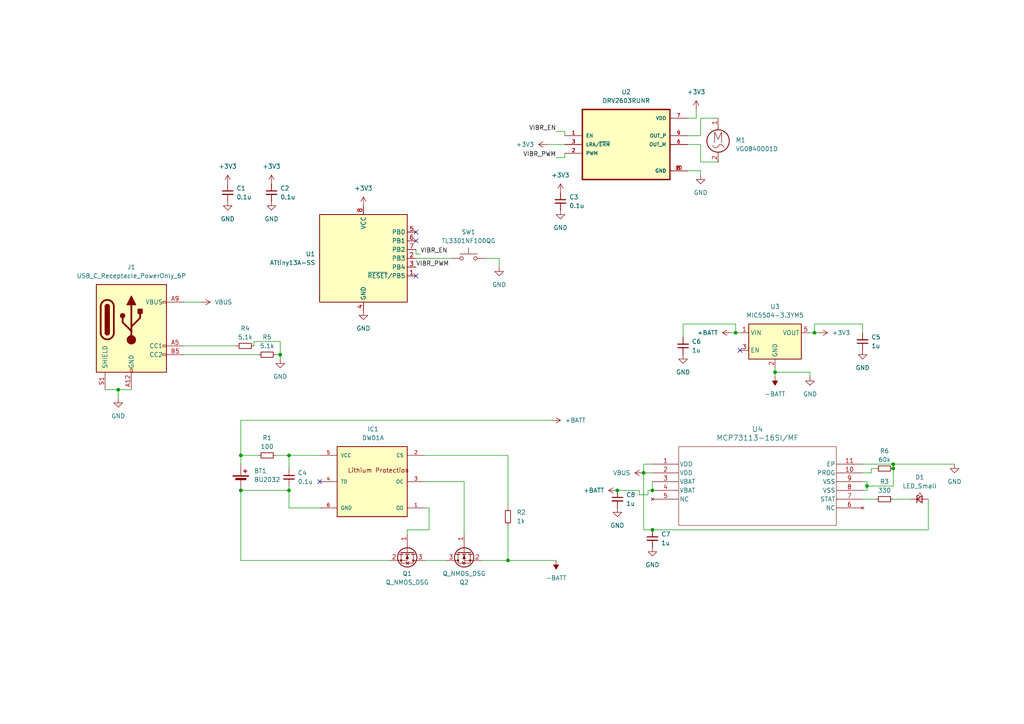
<source format=kicad_sch>
(kicad_sch (version 20230121) (generator eeschema)
  (paper "A4")
  (lib_symbols
    (symbol "Connector:USB_C_Receptacle_PowerOnly_6P" (pin_names (offset 1.016))
      (property "Reference" "J" (at 0 16.51 0))
      (property "Value" "USB_C_Receptacle_PowerOnly_6P" (at 0 13.97 0))
      (symbol "USB_C_Receptacle_PowerOnly_6P_0_0"
        (rectangle (start -0.254 -12.7) (end 0.254 -11.684))
        (rectangle (start 10.16 -7.366) (end 9.144 -7.874))
        (rectangle (start 10.16 -4.826) (end 9.144 -5.334))
        (rectangle (start 10.16 7.874) (end 9.144 7.366))
      )
      (symbol "USB_C_Receptacle_PowerOnly_6P_0_1"
        (rectangle (start -10.16 12.7) (end 10.16 -12.7) (stroke (width 0.254)) (fill (type background)))
        (arc (start -8.89 -1.27) (mid -6.985 -3.1667) (end -5.08 -1.27) (stroke (width 0.508)))
        (arc (start -7.62 -1.27) (mid -6.985 -1.9023) (end -6.35 -1.27) (stroke (width 0.254)))
        (arc (start -7.62 -1.27) (mid -6.985 -1.9023) (end -6.35 -1.27) (stroke (width 0.254)) (fill (type outline)))
        (rectangle (start -7.62 -1.27) (end -6.35 6.35) (stroke (width 0.254)) (fill (type outline)))
        (arc (start -6.35 6.35) (mid -6.985 6.9823) (end -7.62 6.35) (stroke (width 0.254)))
        (arc (start -6.35 6.35) (mid -6.985 6.9823) (end -7.62 6.35) (stroke (width 0.254)) (fill (type outline)))
        (arc (start -5.08 6.35) (mid -6.985 8.2467) (end -8.89 6.35) (stroke (width 0.508)))
        (circle (center -2.54 3.683) (radius 0.635) (stroke (width 0.254)) (fill (type outline)))
        (circle (center 0 -3.302) (radius 1.27) (fill (type outline)))
        (polyline (pts (xy -8.89 -1.27) (xy -8.89 6.35)) (stroke (width 0.508)))
        (polyline (pts (xy -5.08 6.35) (xy -5.08 -1.27)) (stroke (width 0.508)))
        (polyline (pts (xy 0 -3.302) (xy 0 6.858)) (stroke (width 0.508)))
        (polyline (pts (xy 0 -0.762) (xy -2.54 1.778) (xy -2.54 3.048)) (stroke (width 0.508)))
        (polyline (pts (xy 0 0.508) (xy 2.54 3.048) (xy 2.54 4.318)) (stroke (width 0.508)))
        (polyline (pts (xy -1.27 6.858) (xy 0 9.398) (xy 1.27 6.858) (xy -1.27 6.858)) (stroke (width 0.254)) (fill (type outline)))
        (rectangle (start 1.905 4.318) (end 3.175 5.588) (stroke (width 0.254)) (fill (type outline)))
      )
      (symbol "USB_C_Receptacle_PowerOnly_6P_1_1"
        (pin passive line (at 0 -17.78 90) (length 5.08) (name "GND") (number "A12"))
        (pin bidirectional line (at 15.24 -5.08 180) (length 5.08) (name "CC1") (number "A5"))
        (pin passive line (at 15.24 7.62 180) (length 5.08) (name "VBUS") (number "A9"))
        (pin passive line (at 0 -17.78 90) (length 5.08) hide (name "GND") (number "B12"))
        (pin bidirectional line (at 15.24 -7.62 180) (length 5.08) (name "CC2") (number "B5"))
        (pin passive line (at 15.24 7.62 180) (length 5.08) hide (name "VBUS") (number "B9"))
        (pin passive line (at -7.62 -17.78 90) (length 5.08) (name "SHIELD") (number "S1"))
      )
    )
    (symbol "DRV2603RUNR:DRV2603RUNR" (pin_names (offset 1.016))
      (property "Reference" "U" (at -12.7161 11.1705 0))
      (property "Value" "DRV2603RUNR" (at -12.7416 -14.1975 0))
      (symbol "DRV2603RUNR_0_0"
        (rectangle (start -12.7 -10.16) (end 12.7 10.16) (stroke (width 0.41)) (fill (type background)))
        (pin input line (at -17.78 2.54 0) (length 5.08) (name "EN") (number "1"))
        (pin power_in line (at 17.78 -7.62 180) (length 5.08) (name "GND") (number "10"))
        (pin input line (at -17.78 -2.54 0) (length 5.08) (name "PWM") (number "2"))
        (pin input line (at -17.78 0 0) (length 5.08) (name "LRA/~{ERM}") (number "3"))
        (pin power_in line (at 17.78 -7.62 180) (length 5.08) (name "GND") (number "5"))
        (pin output line (at 17.78 0 180) (length 5.08) (name "OUT_M") (number "6"))
        (pin power_in line (at 17.78 7.62 180) (length 5.08) (name "VDD") (number "7"))
        (pin power_in line (at 17.78 -7.62 180) (length 5.08) (name "GND") (number "8"))
        (pin output line (at 17.78 2.54 180) (length 5.08) (name "OUT_P") (number "9"))
      )
    )
    (symbol "DW01A:DW01A" (pin_names (offset 1.016))
      (property "Reference" "IC" (at -5.08 11.43 0))
      (property "Value" "DW01A" (at -5.08 -12.7 0))
      (symbol "DW01A_0_0"
        (rectangle (start -10.16 -10.16) (end 10.16 10.16) (stroke (width 0.254)) (fill (type background)))
        (text "Lithium Protection" (at -7.112 2.54 0) (effects (font (size 1.27 1.27)) (justify left bottom)))
        (pin bidirectional line (at 15.24 -7.62 180) (length 5.08) (name "OD") (number "1"))
        (pin bidirectional line (at 15.24 7.62 180) (length 5.08) (name "CS") (number "2"))
        (pin bidirectional line (at 15.24 0 180) (length 5.08) (name "OC") (number "3"))
        (pin bidirectional line (at -15.24 0 0) (length 5.08) (name "TD") (number "4"))
        (pin power_in line (at -15.24 7.62 0) (length 5.08) (name "VCC") (number "5"))
        (pin power_in line (at -15.24 -7.62 0) (length 5.08) (name "GND") (number "6"))
      )
    )
    (symbol "Device:Battery_Cell" (pin_numbers hide) (pin_names (offset 0) hide)
      (property "Reference" "BT" (at 2.54 2.54 0))
      (property "Value" "Battery_Cell" (at 2.54 0 0))
      (symbol "Battery_Cell_0_1"
        (rectangle (start -2.286 1.778) (end 2.286 1.524) (fill (type outline)))
        (rectangle (start -1.524 1.016) (end 1.524 0.508) (fill (type outline)))
        (polyline (pts (xy 0 0.762) (xy 0 0)))
        (polyline (pts (xy 0 1.778) (xy 0 2.54)))
        (polyline (pts (xy 0.762 3.048) (xy 1.778 3.048)) (stroke (width 0.254)))
        (polyline (pts (xy 1.27 3.556) (xy 1.27 2.54)) (stroke (width 0.254)))
      )
      (symbol "Battery_Cell_1_1"
        (pin passive line (at 0 5.08 270) (length 2.54) (name "+") (number "1"))
        (pin passive line (at 0 -2.54 90) (length 2.54) (name "-") (number "2"))
      )
    )
    (symbol "Device:C_Small" (pin_numbers hide) (pin_names (offset 0.254) hide)
      (property "Reference" "C" (at 0.254 1.778 0))
      (property "Value" "C_Small" (at 0.254 -2.032 0))
      (symbol "C_Small_0_1"
        (polyline (pts (xy -1.524 -0.508) (xy 1.524 -0.508)) (stroke (width 0.3302)))
        (polyline (pts (xy -1.524 0.508) (xy 1.524 0.508)) (stroke (width 0.3048)))
      )
      (symbol "C_Small_1_1"
        (pin passive line (at 0 2.54 270) (length 2.032) (name "~") (number "1"))
        (pin passive line (at 0 -2.54 90) (length 2.032) (name "~") (number "2"))
      )
    )
    (symbol "Device:LED_Small" (pin_numbers hide) (pin_names (offset 0.254) hide)
      (property "Reference" "D" (at -1.27 3.175 0))
      (property "Value" "LED_Small" (at -4.445 -2.54 0))
      (symbol "LED_Small_0_1"
        (polyline (pts (xy -0.762 -1.016) (xy -0.762 1.016)) (stroke (width 0.254)))
        (polyline (pts (xy 1.016 0) (xy -0.762 0)))
        (polyline (pts (xy 0.762 -1.016) (xy -0.762 0) (xy 0.762 1.016) (xy 0.762 -1.016)) (stroke (width 0.254)))
        (polyline (pts (xy 0 0.762) (xy -0.508 1.27) (xy -0.254 1.27) (xy -0.508 1.27) (xy -0.508 1.016)))
        (polyline (pts (xy 0.508 1.27) (xy 0 1.778) (xy 0.254 1.778) (xy 0 1.778) (xy 0 1.524)))
      )
      (symbol "LED_Small_1_1"
        (pin passive line (at -2.54 0 0) (length 1.778) (name "K") (number "1"))
        (pin passive line (at 2.54 0 180) (length 1.778) (name "A") (number "2"))
      )
    )
    (symbol "Device:Q_NMOS_GSD" (pin_names (offset 0) hide)
      (property "Reference" "Q" (at 5.08 1.27 0))
      (property "Value" "Q_NMOS_GSD" (at 5.08 -1.27 0))
      (symbol "Q_NMOS_GSD_0_1"
        (polyline (pts (xy 0.254 0) (xy -2.54 0)))
        (polyline (pts (xy 0.254 1.905) (xy 0.254 -1.905)) (stroke (width 0.254)))
        (polyline (pts (xy 0.762 -1.27) (xy 0.762 -2.286)) (stroke (width 0.254)))
        (polyline (pts (xy 0.762 0.508) (xy 0.762 -0.508)) (stroke (width 0.254)))
        (polyline (pts (xy 0.762 2.286) (xy 0.762 1.27)) (stroke (width 0.254)))
        (polyline (pts (xy 2.54 2.54) (xy 2.54 1.778)))
        (polyline (pts (xy 2.54 -2.54) (xy 2.54 0) (xy 0.762 0)))
        (polyline (pts (xy 0.762 -1.778) (xy 3.302 -1.778) (xy 3.302 1.778) (xy 0.762 1.778)))
        (polyline (pts (xy 1.016 0) (xy 2.032 0.381) (xy 2.032 -0.381) (xy 1.016 0)) (fill (type outline)))
        (polyline (pts (xy 2.794 0.508) (xy 2.921 0.381) (xy 3.683 0.381) (xy 3.81 0.254)))
        (polyline (pts (xy 3.302 0.381) (xy 2.921 -0.254) (xy 3.683 -0.254) (xy 3.302 0.381)))
        (circle (center 1.651 0) (radius 2.794) (stroke (width 0.254)))
        (circle (center 2.54 -1.778) (radius 0.254) (fill (type outline)))
        (circle (center 2.54 1.778) (radius 0.254) (fill (type outline)))
      )
      (symbol "Q_NMOS_GSD_1_1"
        (pin input line (at -5.08 0 0) (length 2.54) (name "G") (number "1"))
        (pin passive line (at 2.54 -5.08 90) (length 2.54) (name "S") (number "2"))
        (pin passive line (at 2.54 5.08 270) (length 2.54) (name "D") (number "3"))
      )
    )
    (symbol "Device:R_Small" (pin_numbers hide) (pin_names (offset 0.254) hide)
      (property "Reference" "R" (at 0.762 0.508 0))
      (property "Value" "R_Small" (at 0.762 -1.016 0))
      (symbol "R_Small_0_1"
        (rectangle (start -0.762 1.778) (end 0.762 -1.778) (stroke (width 0.2032)))
      )
      (symbol "R_Small_1_1"
        (pin passive line (at 0 2.54 270) (length 0.762) (name "~") (number "1"))
        (pin passive line (at 0 -2.54 90) (length 0.762) (name "~") (number "2"))
      )
    )
    (symbol "MCP73113:MCP73113-16SI_MF" (pin_names (offset 0.254))
      (property "Reference" "U" (at 30.48 10.16 0))
      (property "Value" "MCP73113-16SI/MF" (at 30.48 7.62 0))
      (symbol "MCP73113-16SI_MF_0_1"
        (polyline (pts (xy 7.62 -17.78) (xy 53.34 -17.78)) (stroke (width 0.127)))
        (polyline (pts (xy 7.62 5.08) (xy 7.62 -17.78)) (stroke (width 0.127)))
        (polyline (pts (xy 53.34 -17.78) (xy 53.34 5.08)) (stroke (width 0.127)))
        (polyline (pts (xy 53.34 5.08) (xy 7.62 5.08)) (stroke (width 0.127)))
        (pin power_in line (at 0 0 0) (length 7.62) (name "VDD") (number "1"))
        (pin unspecified line (at 60.96 -2.54 180) (length 7.62) (name "PROG") (number "10"))
        (pin unspecified line (at 60.96 0 180) (length 7.62) (name "EP") (number "11"))
        (pin power_in line (at 0 -2.54 0) (length 7.62) (name "VDD") (number "2"))
        (pin power_in line (at 0 -5.08 0) (length 7.62) (name "VBAT") (number "3"))
        (pin power_in line (at 0 -7.62 0) (length 7.62) (name "VBAT") (number "4"))
        (pin no_connect line (at 0 -10.16 0) (length 7.62) (name "NC") (number "5"))
        (pin no_connect line (at 60.96 -12.7 180) (length 7.62) (name "NC") (number "6"))
        (pin output line (at 60.96 -10.16 180) (length 7.62) (name "STAT") (number "7"))
        (pin power_in line (at 60.96 -7.62 180) (length 7.62) (name "VSS") (number "8"))
        (pin power_in line (at 60.96 -5.08 180) (length 7.62) (name "VSS") (number "9"))
      )
    )
    (symbol "MCU_Microchip_ATtiny:ATtiny13A-SS"
      (property "Reference" "U" (at -12.7 13.97 0))
      (property "Value" "ATtiny13A-SS" (at 2.54 -13.97 0))
      (symbol "ATtiny13A-SS_0_1"
        (rectangle (start -12.7 -12.7) (end 12.7 12.7) (stroke (width 0.254)) (fill (type background)))
      )
      (symbol "ATtiny13A-SS_1_1"
        (pin bidirectional line (at 15.24 -5.08 180) (length 2.54) (name "~{RESET}/PB5") (number "1"))
        (pin bidirectional line (at 15.24 0 180) (length 2.54) (name "PB3") (number "2"))
        (pin bidirectional line (at 15.24 -2.54 180) (length 2.54) (name "PB4") (number "3"))
        (pin power_in line (at 0 -15.24 90) (length 2.54) (name "GND") (number "4"))
        (pin bidirectional line (at 15.24 7.62 180) (length 2.54) (name "PB0") (number "5"))
        (pin bidirectional line (at 15.24 5.08 180) (length 2.54) (name "PB1") (number "6"))
        (pin bidirectional line (at 15.24 2.54 180) (length 2.54) (name "PB2") (number "7"))
        (pin power_in line (at 0 15.24 270) (length 2.54) (name "VCC") (number "8"))
      )
    )
    (symbol "Motor:Motor_AC" (pin_names (offset 0))
      (property "Reference" "M" (at 2.54 2.54 0))
      (property "Value" "Motor_AC" (at 2.54 -5.08 0))
      (symbol "Motor_AC_0_0"
        (arc (start -1.524 -2.794) (mid -0.8654 -3.5217) (end 0 -3.048))
        (polyline (pts (xy -1.016 -2.032) (xy -1.016 1.016) (xy 0 -1.016) (xy 1.016 1.016) (xy 1.016 -2.032)))
        (arc (start 1.524 -3.302) (mid 0.85 -2.5503) (end 0 -3.048))
      )
      (symbol "Motor_AC_0_1"
        (circle (center 0 -1.524) (radius 3.2512) (stroke (width 0.254)))
        (polyline (pts (xy 0 -7.62) (xy 0 -7.112)))
        (polyline (pts (xy 0 -4.7752) (xy 0 -5.1816)))
        (polyline (pts (xy 0 1.7272) (xy 0 2.0828)))
        (polyline (pts (xy 0 2.032) (xy 0 2.54)))
      )
      (symbol "Motor_AC_1_1"
        (pin passive line (at 0 5.08 270) (length 2.54) (name "~") (number "1"))
        (pin passive line (at 0 -7.62 90) (length 2.54) (name "~") (number "2"))
      )
    )
    (symbol "Regulator_Linear:MIC5504-3.3YM5"
      (property "Reference" "U" (at -7.62 8.89 0))
      (property "Value" "MIC5504-3.3YM5" (at -7.62 6.35 0))
      (symbol "MIC5504-3.3YM5_0_1"
        (rectangle (start -7.62 -5.08) (end 7.62 5.08) (stroke (width 0.254)) (fill (type background)))
      )
      (symbol "MIC5504-3.3YM5_1_1"
        (pin power_in line (at -10.16 2.54 0) (length 2.54) (name "VIN") (number "1"))
        (pin power_in line (at 0 -7.62 90) (length 2.54) (name "GND") (number "2"))
        (pin input line (at -10.16 -2.54 0) (length 2.54) (name "EN") (number "3"))
        (pin no_connect line (at 7.62 -2.54 180) (length 2.54) hide (name "NC") (number "4"))
        (pin power_out line (at 10.16 2.54 180) (length 2.54) (name "VOUT") (number "5"))
      )
    )
    (symbol "Switch:SW_Push" (pin_numbers hide) (pin_names (offset 1.016) hide)
      (property "Reference" "SW" (at 1.27 2.54 0))
      (property "Value" "SW_Push" (at 0 -1.524 0))
      (symbol "SW_Push_0_1"
        (circle (center -2.032 0) (radius 0.508))
        (polyline (pts (xy 0 1.27) (xy 0 3.048)))
        (polyline (pts (xy 2.54 1.27) (xy -2.54 1.27)))
        (circle (center 2.032 0) (radius 0.508))
        (pin passive line (at -5.08 0 0) (length 2.54) (name "1") (number "1"))
        (pin passive line (at 5.08 0 180) (length 2.54) (name "2") (number "2"))
      )
    )
    (symbol "power:+3V3" (power) (pin_names (offset 0))
      (property "Value" "+3V3" (at 0 3.556 0))
      (symbol "+3V3_0_1"
        (polyline (pts (xy -0.762 1.27) (xy 0 2.54)))
        (polyline (pts (xy 0 0) (xy 0 2.54)))
        (polyline (pts (xy 0 2.54) (xy 0.762 1.27)))
      )
      (symbol "+3V3_1_1"
        (pin power_in line (at 0 0 90) (length 0) hide (name "+3V3") (number "1"))
      )
    )
    (symbol "power:+BATT" (power) (pin_names (offset 0))
      (property "Value" "+BATT" (at 0 3.556 0))
      (symbol "+BATT_0_1"
        (polyline (pts (xy -0.762 1.27) (xy 0 2.54)))
        (polyline (pts (xy 0 0) (xy 0 2.54)))
        (polyline (pts (xy 0 2.54) (xy 0.762 1.27)))
      )
      (symbol "+BATT_1_1"
        (pin power_in line (at 0 0 90) (length 0) hide (name "+BATT") (number "1"))
      )
    )
    (symbol "power:-BATT" (power) (pin_names (offset 0))
      (property "Value" "-BATT" (at 0 3.556 0))
      (symbol "-BATT_0_1"
        (polyline (pts (xy 0 0) (xy 0 2.54)))
        (polyline (pts (xy 0.762 1.27) (xy -0.762 1.27) (xy 0 2.54) (xy 0.762 1.27)) (fill (type outline)))
      )
      (symbol "-BATT_1_1"
        (pin power_in line (at 0 0 90) (length 0) hide (name "-BATT") (number "1"))
      )
    )
    (symbol "power:GND" (power) (pin_names (offset 0))
      (property "Value" "GND" (at 0 -3.81 0))
      (symbol "GND_0_1"
        (polyline (pts (xy 0 0) (xy 0 -1.27) (xy 1.27 -1.27) (xy 0 -2.54) (xy -1.27 -1.27) (xy 0 -1.27)))
      )
      (symbol "GND_1_1"
        (pin power_in line (at 0 0 270) (length 0) hide (name "GND") (number "1"))
      )
    )
    (symbol "power:VBUS" (power) (pin_names (offset 0))
      (property "Value" "VBUS" (at 0 3.81 0))
      (symbol "VBUS_0_1"
        (polyline (pts (xy -0.762 1.27) (xy 0 2.54)))
        (polyline (pts (xy 0 0) (xy 0 2.54)))
        (polyline (pts (xy 0 2.54) (xy 0.762 1.27)))
      )
      (symbol "VBUS_1_1"
        (pin power_in line (at 0 0 90) (length 0) hide (name "VBUS") (number "1"))
      )
    )
  )
  (junction (at 236.22 96.52))
  (junction (at 259.08 134.62))
  (junction (at 179.07 142.24))
  (junction (at 189.23 142.24))
  (junction (at 69.85 132.08))
  (junction (at 147.32 162.56))
  (junction (at 69.85 142.24))
  (junction (at 251.46 140.97))
  (junction (at 259.08 135.89))
  (junction (at 213.36 96.52))
  (junction (at 224.79 107.95))
  (junction (at 81.28 102.87))
  (junction (at 83.82 142.24))
  (junction (at 189.23 153.67))
  (junction (at 186.69 137.16))
  (junction (at 34.29 113.03))
  (junction (at 83.82 132.08))
  (no_connect (at 120.65 69.85))
  (no_connect (at 120.65 67.31))
  (no_connect (at 214.63 101.6))
  (no_connect (at 120.65 80.01))
  (no_connect (at 92.71 139.7))
  (wire (pts (xy 250.19 142.24) (xy 251.46 142.24)))
  (wire (pts (xy 198.12 93.98) (xy 198.12 97.79)))
  (wire (pts (xy 269.24 153.67) (xy 189.23 153.67)))
  (wire (pts (xy 252.73 137.16) (xy 250.19 137.16)))
  (wire (pts (xy 186.69 134.62) (xy 186.69 137.16)))
  (wire (pts (xy 203.2 34.29) (xy 208.28 34.29)))
  (wire (pts (xy 83.82 135.89) (xy 83.82 132.08)))
  (wire (pts (xy 83.82 140.97) (xy 83.82 142.24)))
  (wire (pts (xy 224.79 109.22) (xy 224.79 107.95)))
  (wire (pts (xy 81.28 99.06) (xy 81.28 102.87)))
  (wire (pts (xy 83.82 147.32) (xy 83.82 142.24)))
  (wire (pts (xy 92.71 147.32) (xy 83.82 147.32)))
  (wire (pts (xy 34.29 113.03) (xy 34.29 115.57)))
  (wire (pts (xy 69.85 132.08) (xy 74.93 132.08)))
  (wire (pts (xy 124.46 147.32) (xy 123.19 147.32)))
  (wire (pts (xy 186.69 134.62) (xy 189.23 134.62)))
  (wire (pts (xy 208.28 46.99) (xy 203.2 46.99)))
  (wire (pts (xy 83.82 132.08) (xy 92.71 132.08)))
  (wire (pts (xy 250.19 134.62) (xy 259.08 134.62)))
  (wire (pts (xy 203.2 49.53) (xy 199.39 49.53)))
  (wire (pts (xy 201.93 34.29) (xy 199.39 34.29)))
  (wire (pts (xy 147.32 152.4) (xy 147.32 162.56)))
  (wire (pts (xy 250.19 93.98) (xy 250.19 96.52)))
  (wire (pts (xy 69.85 142.24) (xy 69.85 162.56)))
  (wire (pts (xy 163.83 45.72) (xy 163.83 44.45)))
  (wire (pts (xy 69.85 121.92) (xy 160.02 121.92)))
  (wire (pts (xy 189.23 137.16) (xy 186.69 137.16)))
  (wire (pts (xy 213.36 93.98) (xy 213.36 96.52)))
  (wire (pts (xy 179.07 142.24) (xy 185.42 142.24)))
  (wire (pts (xy 134.62 154.94) (xy 134.62 139.7)))
  (wire (pts (xy 251.46 142.24) (xy 251.46 140.97)))
  (wire (pts (xy 269.24 144.78) (xy 269.24 153.67)))
  (wire (pts (xy 259.08 134.62) (xy 276.86 134.62)))
  (wire (pts (xy 236.22 96.52) (xy 234.95 96.52)))
  (wire (pts (xy 34.29 113.03) (xy 38.1 113.03)))
  (wire (pts (xy 251.46 140.97) (xy 259.08 140.97)))
  (wire (pts (xy 147.32 132.08) (xy 123.19 132.08)))
  (wire (pts (xy 161.29 45.72) (xy 163.83 45.72)))
  (wire (pts (xy 189.23 142.24) (xy 187.96 142.24)))
  (wire (pts (xy 81.28 104.14) (xy 81.28 102.87)))
  (wire (pts (xy 234.95 107.95) (xy 234.95 109.22)))
  (wire (pts (xy 201.93 31.75) (xy 201.93 34.29)))
  (wire (pts (xy 185.42 143.51) (xy 185.42 142.24)))
  (wire (pts (xy 53.34 87.63) (xy 58.42 87.63)))
  (wire (pts (xy 120.65 74.93) (xy 130.81 74.93)))
  (wire (pts (xy 224.79 107.95) (xy 234.95 107.95)))
  (wire (pts (xy 259.08 144.78) (xy 264.16 144.78)))
  (wire (pts (xy 250.19 93.98) (xy 236.22 93.98)))
  (wire (pts (xy 203.2 50.8) (xy 203.2 49.53)))
  (wire (pts (xy 69.85 132.08) (xy 69.85 134.62)))
  (wire (pts (xy 251.46 140.97) (xy 251.46 139.7)))
  (wire (pts (xy 158.75 41.91) (xy 163.83 41.91)))
  (wire (pts (xy 69.85 162.56) (xy 113.03 162.56)))
  (wire (pts (xy 224.79 107.95) (xy 224.79 106.68)))
  (wire (pts (xy 187.96 143.51) (xy 185.42 143.51)))
  (wire (pts (xy 259.08 140.97) (xy 259.08 135.89)))
  (wire (pts (xy 53.34 102.87) (xy 74.93 102.87)))
  (wire (pts (xy 147.32 162.56) (xy 161.29 162.56)))
  (wire (pts (xy 236.22 93.98) (xy 236.22 96.52)))
  (wire (pts (xy 73.66 100.33) (xy 73.66 99.06)))
  (wire (pts (xy 134.62 139.7) (xy 123.19 139.7)))
  (wire (pts (xy 161.29 38.1) (xy 163.83 38.1)))
  (wire (pts (xy 252.73 135.89) (xy 254 135.89)))
  (wire (pts (xy 259.08 135.89) (xy 259.08 134.62)))
  (wire (pts (xy 203.2 46.99) (xy 203.2 41.91)))
  (wire (pts (xy 189.23 139.7) (xy 189.23 142.24)))
  (wire (pts (xy 213.36 96.52) (xy 214.63 96.52)))
  (wire (pts (xy 163.83 38.1) (xy 163.83 39.37)))
  (wire (pts (xy 123.19 162.56) (xy 129.54 162.56)))
  (wire (pts (xy 144.78 74.93) (xy 144.78 77.47)))
  (wire (pts (xy 73.66 99.06) (xy 81.28 99.06)))
  (wire (pts (xy 118.11 153.67) (xy 118.11 154.94)))
  (wire (pts (xy 83.82 142.24) (xy 69.85 142.24)))
  (wire (pts (xy 187.96 142.24) (xy 187.96 143.51)))
  (wire (pts (xy 139.7 162.56) (xy 147.32 162.56)))
  (wire (pts (xy 203.2 34.29) (xy 203.2 39.37)))
  (wire (pts (xy 198.12 93.98) (xy 213.36 93.98)))
  (wire (pts (xy 212.09 96.52) (xy 213.36 96.52)))
  (wire (pts (xy 252.73 135.89) (xy 252.73 137.16)))
  (wire (pts (xy 121.92 73.66) (xy 120.65 73.66)))
  (wire (pts (xy 189.23 153.67) (xy 186.69 153.67)))
  (wire (pts (xy 140.97 74.93) (xy 144.78 74.93)))
  (wire (pts (xy 237.49 96.52) (xy 236.22 96.52)))
  (wire (pts (xy 81.28 102.87) (xy 80.01 102.87)))
  (wire (pts (xy 53.34 100.33) (xy 68.58 100.33)))
  (wire (pts (xy 124.46 153.67) (xy 118.11 153.67)))
  (wire (pts (xy 186.69 137.16) (xy 186.69 153.67)))
  (wire (pts (xy 30.48 113.03) (xy 34.29 113.03)))
  (wire (pts (xy 124.46 147.32) (xy 124.46 153.67)))
  (wire (pts (xy 250.19 139.7) (xy 251.46 139.7)))
  (wire (pts (xy 120.65 73.66) (xy 120.65 72.39)))
  (wire (pts (xy 83.82 132.08) (xy 80.01 132.08)))
  (wire (pts (xy 199.39 41.91) (xy 203.2 41.91)))
  (wire (pts (xy 69.85 132.08) (xy 69.85 121.92)))
  (wire (pts (xy 203.2 39.37) (xy 199.39 39.37)))
  (wire (pts (xy 147.32 132.08) (xy 147.32 147.32)))
  (wire (pts (xy 250.19 144.78) (xy 254 144.78)))
  (label "VIBR_PWM" (at 120.65 77.47 0))
  (label "VIBR_EN" (at 161.29 38.1 180))
  (label "VIBR_EN" (at 121.92 73.66 0))
  (label "VIBR_PWM" (at 161.29 45.72 180))
  (symbol (lib_id "power:+3V3") (at 66.04 53.34 0) (unit 1)
    (property "Reference" "#PWR016" (effects hide))
    (property "Value" "+3V3" (at 66.04 48.26 0))
  )
  (symbol (lib_id "Device:C_Small") (at 250.19 99.06 180) (unit 1)
    (property "Reference" "C5" (at 252.73 97.7836 0) (effects (justify right)))
    (property "Value" "1u" (at 252.73 100.3236 0) (effects (justify right)))
    (property "Footprint" "Capacitor_SMD:C_0402_1005Metric" (effects hide))
  )
  (symbol (lib_id "Device:C_Small") (at 198.12 100.33 180) (unit 1)
    (property "Reference" "C6" (at 200.66 99.0536 0) (effects (justify right)))
    (property "Value" "1u" (at 200.66 101.5936 0) (effects (justify right)))
    (property "Footprint" "Capacitor_SMD:C_0402_1005Metric" (effects hide))
  )
  (symbol (lib_id "Device:R_Small") (at 77.47 132.08 90) (unit 1)
    (property "Reference" "R1" (at 77.47 127 90))
    (property "Value" "100" (at 77.47 129.54 90))
    (property "Footprint" "Resistor_SMD:R_0402_1005Metric" (effects hide))
  )
  (symbol (lib_id "Device:R_Small") (at 256.54 144.78 90) (unit 1)
    (property "Reference" "R3" (at 256.54 139.7 90))
    (property "Value" "330" (at 256.54 142.24 90))
    (property "Footprint" "Resistor_SMD:R_0402_1005Metric" (effects hide))
  )
  (symbol (lib_id "power:+BATT") (at 212.09 96.52 90) (unit 1)
    (property "Reference" "#PWR02" (effects hide))
    (property "Value" "+BATT" (at 208.28 96.52 90) (effects (justify left)))
  )
  (symbol (lib_id "power:+3V3") (at 162.56 55.88 0) (unit 1)
    (property "Reference" "#PWR013" (effects hide))
    (property "Value" "+3V3" (at 162.56 50.8 0))
  )
  (symbol (lib_id "Device:Q_NMOS_GSD") (at 118.11 160.02 270) (unit 1)
    (property "Reference" "Q1" (at 118.11 166.37 90))
    (property "Value" "Q_NMOS_DSG" (at 118.11 168.91 90))
    (property "Footprint" "Package_TO_SOT_SMD:SOT-23-3" (effects hide))
  )
  (symbol (lib_id "MCU_Microchip_ATtiny:ATtiny13A-SS") (at 105.41 74.93 0) (unit 1)
    (property "Reference" "U1" (at 91.44 73.66 0) (effects (justify right)))
    (property "Value" "ATtiny13A-SS" (at 91.44 76.2 0) (effects (justify right)))
    (property "Footprint" "Package_SO:SOIC-8_3.9x4.9mm_P1.27mm" (effects hide))
    (property "Datasheet" "http://ww1.microchip.com/downloads/en/DeviceDoc/doc8126.pdf" (effects hide))
    (property "Manufacturer" "Microchip" (effects hide))
    (property "PartNumber" "ATtiny13A-SS" (effects hide))
    (property "PCBWAY_CORRECTION" "0; 0; 180" (effects hide))
  )
  (symbol (lib_id "power:GND") (at 162.56 60.96 0) (unit 1)
    (property "Reference" "#PWR014" (effects hide))
    (property "Value" "GND" (at 162.56 66.04 0))
  )
  (symbol (lib_id "Device:C_Small") (at 179.07 144.78 0) (unit 1)
    (property "Reference" "C8" (at 181.61 143.5163 0) (effects (justify left)))
    (property "Value" "1u" (at 181.61 146.0563 0) (effects (justify left)))
    (property "Footprint" "Capacitor_SMD:C_0402_1005Metric" (effects hide))
  )
  (symbol (lib_id "power:GND") (at 250.19 101.6 0) (unit 1)
    (property "Reference" "#PWR020" (effects hide))
    (property "Value" "GND" (at 250.19 106.68 0))
  )
  (symbol (lib_id "Motor:Motor_AC") (at 208.28 39.37 0) (unit 1) (in_bom no)
    (property "Reference" "M1" (at 213.36 40.64 0) (effects (justify left)))
    (property "Value" "VG0840001D" (at 213.36 43.18 0) (effects (justify left)))
    (property "Footprint" "footprints:MotorPads" (effects hide))
  )
  (symbol (lib_id "power:GND") (at 203.2 50.8 0) (unit 1)
    (property "Reference" "#PWR010" (effects hide))
    (property "Value" "GND" (at 203.2 55.88 0))
  )
  (symbol (lib_id "Device:R_Small") (at 147.32 149.86 180) (unit 1)
    (property "Reference" "R2" (at 149.86 148.59 0) (effects (justify right)))
    (property "Value" "1k" (at 149.86 151.13 0) (effects (justify right)))
    (property "Footprint" "Resistor_SMD:R_0402_1005Metric" (effects hide))
  )
  (symbol (lib_id "power:GND") (at 105.41 90.17 0) (unit 1)
    (property "Reference" "#PWR01" (effects hide))
    (property "Value" "GND" (at 105.41 95.25 0))
  )
  (symbol (lib_id "Device:Q_NMOS_GSD") (at 134.62 160.02 90) (mirror x) (unit 1)
    (property "Reference" "Q2" (at 134.62 168.91 90))
    (property "Value" "Q_NMOS_DSG" (at 134.62 166.37 90))
    (property "Footprint" "Package_TO_SOT_SMD:SOT-23-3" (effects hide))
  )
  (symbol (lib_id "power:GND") (at 34.29 115.57 0) (unit 1)
    (property "Reference" "#PWR023" (effects hide))
    (property "Value" "GND" (at 34.29 120.65 0))
  )
  (symbol (lib_id "Device:LED_Small") (at 266.7 144.78 0) (unit 1)
    (property "Reference" "D1" (at 266.7635 138.43 0))
    (property "Value" "LED_Small" (at 266.7635 140.97 0))
    (property "Footprint" "LED_SMD:LED_0603_1608Metric" (effects hide))
  )
  (symbol (lib_id "power:+3V3") (at 105.41 59.69 0) (unit 1)
    (property "Reference" "#PWR018" (effects hide))
    (property "Value" "+3V3" (at 105.41 54.61 0))
  )
  (symbol (lib_id "power:GND") (at 179.07 147.32 0) (unit 1)
    (property "Reference" "#PWR028" (effects hide))
    (property "Value" "GND" (at 179.07 152.4 0))
  )
  (symbol (lib_id "Device:C_Small") (at 83.82 138.43 0) (unit 1)
    (property "Reference" "C4" (at 86.36 137.1663 0) (effects (justify left)))
    (property "Value" "0.1u" (at 86.36 139.7063 0) (effects (justify left)))
    (property "Footprint" "Capacitor_SMD:C_0402_1005Metric" (effects hide))
  )
  (symbol (lib_id "power:GND") (at 198.12 102.87 0) (unit 1)
    (property "Reference" "#PWR019" (effects hide))
    (property "Value" "GND" (at 198.12 107.95 0))
  )
  (symbol (lib_id "Device:C_Small") (at 189.23 156.21 0) (unit 1)
    (property "Reference" "C7" (at 191.77 154.9463 0) (effects (justify left)))
    (property "Value" "1u" (at 191.77 157.4863 0) (effects (justify left)))
    (property "Footprint" "Capacitor_SMD:C_0402_1005Metric" (effects hide))
  )
  (symbol (lib_id "Connector:USB_C_Receptacle_PowerOnly_6P") (at 38.1 95.25 0) (unit 1)
    (property "Reference" "J1" (at 38.1 77.47 0))
    (property "Value" "USB_C_Receptacle_PowerOnly_6P" (at 38.1 80.01 0))
    (property "Footprint" "Connector_USB:USB_C_Receptacle_GCT_USB4135-GF-A_6P_TopMnt_Horizontal" (effects hide))
    (property "Datasheet" "https://www.usb.org/sites/default/files/documents/usb_type-c.zip" (effects hide))
  )
  (symbol (lib_id "power:VBUS") (at 58.42 87.63 270) (unit 1)
    (property "Reference" "#PWR021" (effects hide))
    (property "Value" "VBUS" (at 62.23 87.63 90) (effects (justify left)))
  )
  (symbol (lib_id "power:+3V3") (at 237.49 96.52 270) (unit 1)
    (property "Reference" "#PWR07" (effects hide))
    (property "Value" "+3V3" (at 241.3 96.52 90) (effects (justify left)))
  )
  (symbol (lib_id "power:+3V3") (at 201.93 31.75 0) (unit 1)
    (property "Reference" "#PWR012" (effects hide))
    (property "Value" "+3V3" (at 201.93 26.67 0))
  )
  (symbol (lib_id "Regulator_Linear:MIC5504-3.3YM5") (at 224.79 99.06 0) (unit 1)
    (property "Reference" "U3" (at 224.79 88.9 0))
    (property "Value" "MIC5504-3.3YM5" (at 224.79 91.44 0))
    (property "Footprint" "Package_TO_SOT_SMD:SOT-23-5" (effects hide))
    (property "Datasheet" "http://ww1.microchip.com/downloads/en/DeviceDoc/MIC550X.pdf" (effects hide))
  )
  (symbol (lib_id "power:GND") (at 81.28 104.14 0) (unit 1)
    (property "Reference" "#PWR022" (effects hide))
    (property "Value" "GND" (at 81.28 109.22 0))
  )
  (symbol (lib_id "DW01A:DW01A") (at 107.95 139.7 0) (unit 1)
    (property "Reference" "IC1" (at 108.1911 124.46 0))
    (property "Value" "DW01A" (at 108.1911 127 0))
    (property "Footprint" "Package_TO_SOT_SMD:SOT-23-6" (effects hide))
    (property "MF" "Fortune Semiconductor" (effects hide))
    (property "Description" "\nOne Cell Lithium-ion/Polymer Battery Protection IC\n" (effects hide))
    (property "Package" "SOT-23-6 Fortune Semiconductor" (effects hide))
    (property "MPN" "DW01A" (effects hide))
    (property "Price" "None" (effects hide))
    (property "Check_prices" "https://www.snapeda.com/parts/DW01A/Fortune+Semiconductor/view-part/?ref=eda" (effects hide))
    (property "VALUE" "DW01A" (effects hide))
    (property "SnapEDA_Link" "https://www.snapeda.com/parts/DW01A/Fortune+Semiconductor/view-part/?ref=snap" (effects hide))
    (property "LCSC" "C351410" (effects hide))
    (property "Availability" "Not in stock" (effects hide))
    (property "MP" "DW01A" (effects hide))
  )
  (symbol (lib_id "power:GND") (at 189.23 158.75 0) (unit 1)
    (property "Reference" "#PWR027" (effects hide))
    (property "Value" "GND" (at 189.23 163.83 0))
  )
  (symbol (lib_id "Device:Battery_Cell") (at 69.85 139.7 0) (unit 1)
    (property "Reference" "BT1" (at 73.66 136.5885 0) (effects (justify left)))
    (property "Value" "BU2032" (at 73.66 139.1285 0) (effects (justify left)))
    (property "Footprint" "footprints:BAT_BU2032-1-HD-G" (effects hide))
  )
  (symbol (lib_id "power:GND") (at 234.95 109.22 0) (unit 1)
    (property "Reference" "#PWR015" (effects hide))
    (property "Value" "GND" (at 234.95 114.3 0))
  )
  (symbol (lib_id "Device:R_Small") (at 256.54 135.89 90) (unit 1)
    (property "Reference" "R6" (at 256.54 130.81 90))
    (property "Value" "60k" (at 256.54 133.35 90))
    (property "Footprint" "Resistor_SMD:R_0603_1608Metric" (effects hide))
  )
  (symbol (lib_id "MCP73113:MCP73113-16SI_MF") (at 189.23 134.62 0) (unit 1)
    (property "Reference" "U4" (at 219.71 124.46 0) (effects (font (size 1.524 1.524))))
    (property "Value" "MCP73113-16SI/MF" (at 219.71 127 0) (effects (font (size 1.524 1.524))))
    (property "Footprint" "footprints:DFN10_3x3MC_MCH" (effects hide))
    (property "Datasheet" "MCP73113-16SI/MF" (effects hide))
  )
  (symbol (lib_id "power:+3V3") (at 158.75 41.91 90) (unit 1)
    (property "Reference" "#PWR04" (effects hide))
    (property "Value" "+3V3" (at 154.94 41.91 90) (effects (justify left)))
  )
  (symbol (lib_id "Device:C_Small") (at 78.74 55.88 0) (unit 1)
    (property "Reference" "C2" (at 81.28 54.6163 0) (effects (justify left)))
    (property "Value" "0.1u" (at 81.28 57.1563 0) (effects (justify left)))
    (property "Footprint" "Capacitor_SMD:C_0402_1005Metric" (effects hide))
  )
  (symbol (lib_id "power:-BATT") (at 161.29 162.56 180) (unit 1)
    (property "Reference" "#PWR09" (effects hide))
    (property "Value" "-BATT" (at 161.29 167.64 0))
  )
  (symbol (lib_id "power:+BATT") (at 179.07 142.24 90) (unit 1)
    (property "Reference" "#PWR025" (effects hide))
    (property "Value" "+BATT" (at 175.26 142.24 90) (effects (justify left)))
  )
  (symbol (lib_id "power:+3V3") (at 78.74 53.34 0) (unit 1)
    (property "Reference" "#PWR017" (effects hide))
    (property "Value" "+3V3" (at 78.74 48.26 0))
  )
  (symbol (lib_id "power:+BATT") (at 160.02 121.92 270) (unit 1)
    (property "Reference" "#PWR08" (effects hide))
    (property "Value" "+BATT" (at 163.83 121.92 90) (effects (justify left)))
  )
  (symbol (lib_id "power:GND") (at 78.74 58.42 0) (unit 1)
    (property "Reference" "#PWR05" (effects hide))
    (property "Value" "GND" (at 78.74 63.5 0))
  )
  (symbol (lib_id "Device:R_Small") (at 77.47 102.87 90) (unit 1)
    (property "Reference" "R5" (at 77.47 97.79 90))
    (property "Value" "5.1k" (at 77.47 100.33 90))
    (property "Footprint" "Resistor_SMD:R_0402_1005Metric" (effects hide))
  )
  (symbol (lib_id "power:GND") (at 144.78 77.47 0) (unit 1)
    (property "Reference" "#PWR011" (effects hide))
    (property "Value" "GND" (at 144.78 82.55 0))
  )
  (symbol (lib_id "power:GND") (at 276.86 134.62 0) (unit 1)
    (property "Reference" "#PWR026" (effects hide))
    (property "Value" "GND" (at 276.86 139.7 0))
  )
  (symbol (lib_id "power:GND") (at 66.04 58.42 0) (unit 1)
    (property "Reference" "#PWR03" (effects hide))
    (property "Value" "GND" (at 66.04 63.5 0))
  )
  (symbol (lib_id "DRV2603RUNR:DRV2603RUNR") (at 181.61 41.91 0) (unit 1)
    (property "Reference" "U2" (at 181.61 26.67 0))
    (property "Value" "DRV2603RUNR" (at 181.61 29.21 0))
    (property "Footprint" "footprints:QFN50P200X200X80-10N" (effects hide))
    (property "MF" "Texas Instruments" (effects hide))
    (property "DESCRIPTION" "IC LRA/ERM HAPTIC DRIVER 10QFN" (effects hide))
    (property "PACKAGE" "QFN-10 Texas Instruments" (effects hide))
    (property "PRICE" "1.02 USD" (effects hide))
    (property "STANDARD" "IPC-7351B" (effects hide))
    (property "PARTREV" "C" (effects hide))
    (property "MP" "DRV2603RUNR" (effects hide))
    (property "AVAILABILITY" "Good" (effects hide))
  )
  (symbol (lib_id "Switch:SW_Push") (at 135.89 74.93 0) (unit 1)
    (property "Reference" "SW1" (at 135.89 67.31 0))
    (property "Value" "TL3301NF100QG" (at 135.89 69.85 0))
    (property "Footprint" "footprints:SW_Push_1P1T_NO_6x6mm_H9.5mm_LongPads" (effects hide))
  )
  (symbol (lib_id "Device:C_Small") (at 162.56 58.42 0) (unit 1)
    (property "Reference" "C3" (at 165.1 57.1563 0) (effects (justify left)))
    (property "Value" "0.1u" (at 165.1 59.6963 0) (effects (justify left)))
    (property "Footprint" "Capacitor_SMD:C_0402_1005Metric" (effects hide))
  )
  (symbol (lib_id "Device:C_Small") (at 66.04 55.88 0) (unit 1)
    (property "Reference" "C1" (at 68.58 54.6163 0) (effects (justify left)))
    (property "Value" "0.1u" (at 68.58 57.1563 0) (effects (justify left)))
    (property "Footprint" "Capacitor_SMD:C_0402_1005Metric" (effects hide))
  )
  (symbol (lib_id "power:VBUS") (at 186.69 137.16 90) (unit 1)
    (property "Reference" "#PWR024" (effects hide))
    (property "Value" "VBUS" (at 182.88 137.16 90) (effects (justify left)))
  )
  (symbol (lib_id "Device:R_Small") (at 71.12 100.33 90) (unit 1)
    (property "Reference" "R4" (at 71.12 95.25 90))
    (property "Value" "5.1k" (at 71.12 97.79 90))
    (property "Footprint" "Resistor_SMD:R_0402_1005Metric" (effects hide))
  )
  (symbol (lib_id "power:-BATT") (at 224.79 109.22 180) (unit 1)
    (property "Reference" "#PWR06" (effects hide))
    (property "Value" "-BATT" (at 224.79 114.3 0))
  )
)
</source>
